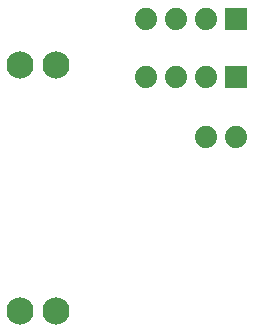
<source format=gbl>
G75*
G70*
%OFA0B0*%
%FSLAX24Y24*%
%IPPOS*%
%LPD*%
%AMOC8*
5,1,8,0,0,1.08239X$1,22.5*
%
%ADD10C,0.0906*%
%ADD11R,0.0740X0.0740*%
%ADD12C,0.0740*%
D10*
X002344Y000820D03*
X003565Y000820D03*
X003565Y009009D03*
X002344Y009009D03*
D11*
X009549Y008604D03*
X009549Y010533D03*
D12*
X008549Y010533D03*
X007549Y010533D03*
X006549Y010533D03*
X006549Y008604D03*
X007549Y008604D03*
X008549Y008604D03*
X008549Y006596D03*
X009549Y006596D03*
M02*

</source>
